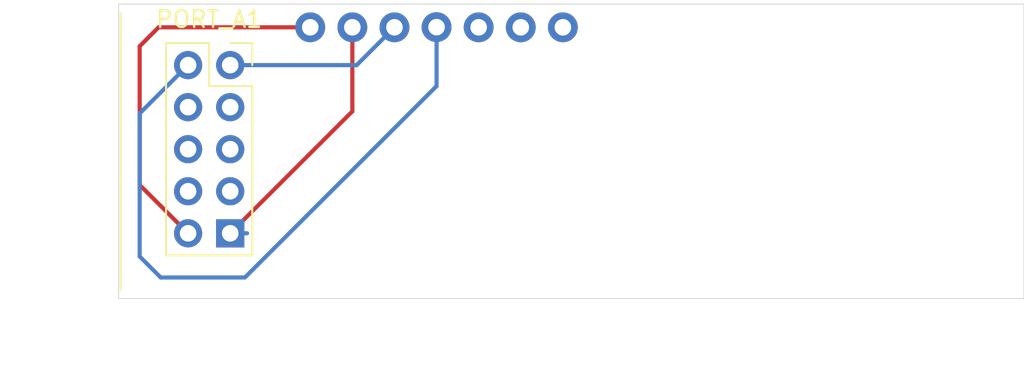
<source format=kicad_pcb>
(kicad_pcb (version 20171130) (host pcbnew "(5.1.12)-1")

  (general
    (thickness 1.6)
    (drawings 7)
    (tracks 16)
    (zones 0)
    (modules 2)
    (nets 14)
  )

  (page A4)
  (title_block
    (title "STK 600 Huckepack Platine SCD30")
    (date 2021-11-20)
    (rev 1.0)
    (company "FH Bielefeld")
    (comment 1 "Philipp Husemann")
  )

  (layers
    (0 F.Cu signal)
    (31 B.Cu signal)
    (32 B.Adhes user)
    (33 F.Adhes user)
    (34 B.Paste user)
    (35 F.Paste user)
    (36 B.SilkS user)
    (37 F.SilkS user)
    (38 B.Mask user)
    (39 F.Mask user)
    (40 Dwgs.User user)
    (41 Cmts.User user)
    (42 Eco1.User user)
    (43 Eco2.User user)
    (44 Edge.Cuts user)
    (45 Margin user)
    (46 B.CrtYd user)
    (47 F.CrtYd user)
    (48 B.Fab user)
    (49 F.Fab user)
  )

  (setup
    (last_trace_width 0.25)
    (trace_clearance 0.2)
    (zone_clearance 0.508)
    (zone_45_only no)
    (trace_min 0.2)
    (via_size 0.8)
    (via_drill 0.4)
    (via_min_size 0.4)
    (via_min_drill 0.3)
    (uvia_size 0.3)
    (uvia_drill 0.1)
    (uvias_allowed no)
    (uvia_min_size 0.2)
    (uvia_min_drill 0.1)
    (edge_width 0.05)
    (segment_width 0.2)
    (pcb_text_width 0.3)
    (pcb_text_size 1.5 1.5)
    (mod_edge_width 0.12)
    (mod_text_size 1 1)
    (mod_text_width 0.15)
    (pad_size 1.7 1.7)
    (pad_drill 1)
    (pad_to_mask_clearance 0.051)
    (solder_mask_min_width 0.25)
    (aux_axis_origin 0 0)
    (visible_elements 7FFFFFFF)
    (pcbplotparams
      (layerselection 0x010fc_ffffffff)
      (usegerberextensions false)
      (usegerberattributes false)
      (usegerberadvancedattributes false)
      (creategerberjobfile false)
      (excludeedgelayer true)
      (linewidth 0.100000)
      (plotframeref false)
      (viasonmask false)
      (mode 1)
      (useauxorigin false)
      (hpglpennumber 1)
      (hpglpenspeed 20)
      (hpglpendiameter 15.000000)
      (psnegative false)
      (psa4output false)
      (plotreference true)
      (plotvalue true)
      (plotinvisibletext false)
      (padsonsilk false)
      (subtractmaskfromsilk false)
      (outputformat 1)
      (mirror false)
      (drillshape 1)
      (scaleselection 1)
      (outputdirectory ""))
  )

  (net 0 "")
  (net 1 "Net-(PORT_A1-Pad8)")
  (net 2 "Net-(PORT_A1-Pad7)")
  (net 3 "Net-(PORT_A1-Pad6)")
  (net 4 "Net-(PORT_A1-Pad5)")
  (net 5 "Net-(PORT_A1-Pad4)")
  (net 6 "Net-(PORT_A1-Pad3)")
  (net 7 "Net-(U1-Pad7)")
  (net 8 "Net-(U1-Pad6)")
  (net 9 "Net-(U1-Pad5)")
  (net 10 "Net-(PORT_A1-Pad10)")
  (net 11 "Net-(PORT_A1-Pad9)")
  (net 12 "Net-(PORT_A1-Pad2)")
  (net 13 "Net-(PORT_A1-Pad1)")

  (net_class Default "Dies ist die voreingestellte Netzklasse."
    (clearance 0.2)
    (trace_width 0.25)
    (via_dia 0.8)
    (via_drill 0.4)
    (uvia_dia 0.3)
    (uvia_drill 0.1)
    (add_net "Net-(PORT_A1-Pad1)")
    (add_net "Net-(PORT_A1-Pad10)")
    (add_net "Net-(PORT_A1-Pad2)")
    (add_net "Net-(PORT_A1-Pad3)")
    (add_net "Net-(PORT_A1-Pad4)")
    (add_net "Net-(PORT_A1-Pad5)")
    (add_net "Net-(PORT_A1-Pad6)")
    (add_net "Net-(PORT_A1-Pad7)")
    (add_net "Net-(PORT_A1-Pad8)")
    (add_net "Net-(PORT_A1-Pad9)")
    (add_net "Net-(U1-Pad5)")
    (add_net "Net-(U1-Pad6)")
    (add_net "Net-(U1-Pad7)")
  )

  (module Connector_PinSocket_2.54mm:PinSocket_2x05_P2.54mm_Vertical (layer F.Cu) (tedit 619250C8) (tstamp 618D4DAB)
    (at 70.231 78.613)
    (descr "Through hole straight socket strip, 2x05, 2.54mm pitch, double cols (from Kicad 4.0.7), script generated")
    (tags "Through hole socket strip THT 2x05 2.54mm double row")
    (path /618D8315)
    (fp_text reference PORT_A1 (at -1.27 -2.77) (layer F.SilkS)
      (effects (font (size 1 1) (thickness 0.15)))
    )
    (fp_text value Conn_02x05_Odd_Even_MountingPin (at -0.381 17.907) (layer F.Fab)
      (effects (font (size 1 1) (thickness 0.15)))
    )
    (fp_line (start -4.34 11.9) (end -4.34 -1.8) (layer F.CrtYd) (width 0.05))
    (fp_line (start 1.76 11.9) (end -4.34 11.9) (layer F.CrtYd) (width 0.05))
    (fp_line (start 1.76 -1.8) (end 1.76 11.9) (layer F.CrtYd) (width 0.05))
    (fp_line (start -4.34 -1.8) (end 1.76 -1.8) (layer F.CrtYd) (width 0.05))
    (fp_line (start 0 -1.33) (end 1.33 -1.33) (layer F.SilkS) (width 0.12))
    (fp_line (start 1.33 -1.33) (end 1.33 0) (layer F.SilkS) (width 0.12))
    (fp_line (start -1.27 -1.33) (end -1.27 1.27) (layer F.SilkS) (width 0.12))
    (fp_line (start -1.27 1.27) (end 1.33 1.27) (layer F.SilkS) (width 0.12))
    (fp_line (start 1.33 1.27) (end 1.33 11.49) (layer F.SilkS) (width 0.12))
    (fp_line (start -3.87 11.49) (end 1.33 11.49) (layer F.SilkS) (width 0.12))
    (fp_line (start -3.87 -1.33) (end -3.87 11.49) (layer F.SilkS) (width 0.12))
    (fp_line (start -3.87 -1.33) (end -1.27 -1.33) (layer F.SilkS) (width 0.12))
    (fp_line (start -3.81 11.43) (end -3.81 -1.27) (layer F.Fab) (width 0.1))
    (fp_line (start 1.27 11.43) (end -3.81 11.43) (layer F.Fab) (width 0.1))
    (fp_line (start 1.27 -0.27) (end 1.27 11.43) (layer F.Fab) (width 0.1))
    (fp_line (start 0.27 -1.27) (end 1.27 -0.27) (layer F.Fab) (width 0.1))
    (fp_line (start -3.81 -1.27) (end 0.27 -1.27) (layer F.Fab) (width 0.1))
    (fp_text user %R (at -1.27 5.08 90) (layer F.Fab)
      (effects (font (size 1 1) (thickness 0.15)))
    )
    (pad 10 thru_hole oval (at -2.54 10.16) (size 1.7 1.7) (drill 1) (layers *.Cu *.Mask)
      (net 10 "Net-(PORT_A1-Pad10)"))
    (pad 9 thru_hole rect (at 0 10.16) (size 1.7 1.7) (drill 1) (layers *.Cu *.Mask)
      (net 11 "Net-(PORT_A1-Pad9)"))
    (pad 8 thru_hole oval (at -2.54 7.62) (size 1.7 1.7) (drill 1) (layers *.Cu *.Mask)
      (net 1 "Net-(PORT_A1-Pad8)"))
    (pad 7 thru_hole oval (at 0 7.62) (size 1.7 1.7) (drill 1) (layers *.Cu *.Mask)
      (net 2 "Net-(PORT_A1-Pad7)"))
    (pad 6 thru_hole oval (at -2.54 5.08) (size 1.7 1.7) (drill 1) (layers *.Cu *.Mask)
      (net 3 "Net-(PORT_A1-Pad6)"))
    (pad 5 thru_hole oval (at 0 5.08) (size 1.7 1.7) (drill 1) (layers *.Cu *.Mask)
      (net 4 "Net-(PORT_A1-Pad5)"))
    (pad 4 thru_hole oval (at -2.54 2.54) (size 1.7 1.7) (drill 1) (layers *.Cu *.Mask)
      (net 5 "Net-(PORT_A1-Pad4)"))
    (pad 3 thru_hole oval (at 0 2.54) (size 1.7 1.7) (drill 1) (layers *.Cu *.Mask)
      (net 6 "Net-(PORT_A1-Pad3)"))
    (pad 2 thru_hole oval (at -2.54 0) (size 1.7 1.7) (drill 1) (layers *.Cu *.Mask)
      (net 12 "Net-(PORT_A1-Pad2)"))
    (pad 1 thru_hole oval (at 0 0) (size 1.7 1.7) (drill 1) (layers *.Cu *.Mask)
      (net 13 "Net-(PORT_A1-Pad1)"))
    (model ${KISYS3DMOD}/Connector_PinSocket_2.54mm.3dshapes/PinSocket_2x05_P2.54mm_Vertical.wrl
      (at (xyz 0 0 0))
      (scale (xyz 1 1 1))
      (rotate (xyz 0 0 0))
    )
  )

  (module AA-Z:SCD30 (layer F.Cu) (tedit 5BA0ACA8) (tstamp 6192A753)
    (at 73.66 74.93 180)
    (path /61924348)
    (fp_text reference U1 (at -18 -12) (layer F.Fab)
      (effects (font (size 1 1) (thickness 0.15)))
    )
    (fp_text value SCD30 (at -18 -17) (layer F.Fab)
      (effects (font (size 1 1) (thickness 0.15)))
    )
    (fp_line (start -35 -23) (end 0 -23) (layer F.Fab) (width 0.15))
    (fp_line (start 0 -23) (end 0 0) (layer F.Fab) (width 0.15))
    (fp_line (start 0 0) (end -35 0) (layer F.Fab) (width 0.15))
    (fp_line (start -35 0) (end -35 -23) (layer F.Fab) (width 0.15))
    (fp_circle (center -31.2 -1.95) (end -32 -1.95) (layer F.Fab) (width 0.15))
    (pad 7 thru_hole circle (at -16.64 -1.4 180) (size 1.8 1.8) (drill 1) (layers *.Cu *.Mask)
      (net 7 "Net-(U1-Pad7)"))
    (pad 6 thru_hole circle (at -14.1 -1.4 180) (size 1.8 1.8) (drill 1) (layers *.Cu *.Mask)
      (net 8 "Net-(U1-Pad6)"))
    (pad 5 thru_hole circle (at -11.56 -1.4 180) (size 1.8 1.8) (drill 1) (layers *.Cu *.Mask)
      (net 9 "Net-(U1-Pad5)"))
    (pad 4 thru_hole circle (at -9.02 -1.39 180) (size 1.8 1.8) (drill 1) (layers *.Cu *.Mask)
      (net 12 "Net-(PORT_A1-Pad2)"))
    (pad 3 thru_hole circle (at -6.48 -1.4 180) (size 1.8 1.8) (drill 1) (layers *.Cu *.Mask)
      (net 13 "Net-(PORT_A1-Pad1)"))
    (pad 2 thru_hole circle (at -3.94 -1.4 180) (size 1.8 1.8) (drill 1) (layers *.Cu *.Mask)
      (net 11 "Net-(PORT_A1-Pad9)"))
    (pad 1 thru_hole circle (at -1.4 -1.4 180) (size 1.8 1.8) (drill 1) (layers *.Cu *.Mask)
      (net 10 "Net-(PORT_A1-Pad10)"))
    (model ${KIPRJMOD}/SCD30/3D/SCD30.step
      (at (xyz 0 0 0))
      (scale (xyz 1 1 1))
      (rotate (xyz 0 0 0))
    )
  )

  (gr_line (start 118.11 92.71) (end 114.3 92.71) (layer Edge.Cuts) (width 0.05) (tstamp 6198BD81))
  (gr_line (start 118.11 74.93) (end 118.11 92.71) (layer Edge.Cuts) (width 0.05))
  (gr_line (start 114.3 74.93) (end 118.11 74.93) (layer Edge.Cuts) (width 0.05))
  (gr_line (start 114.3 74.93) (end 63.5 74.93) (layer Edge.Cuts) (width 0.05) (tstamp 6192ACAE))
  (gr_line (start 63.5 92.71) (end 114.3 92.71) (layer Edge.Cuts) (width 0.05))
  (gr_line (start 63.5 74.93) (end 63.5 92.71) (layer Edge.Cuts) (width 0.05))
  (gr_line (start 63.627 75.438) (end 63.627 92.202) (layer F.SilkS) (width 0.12))

  (segment (start 75.06 76.33) (end 65.91 76.33) (width 0.25) (layer F.Cu) (net 10))
  (segment (start 65.91 76.33) (end 64.77 77.47) (width 0.25) (layer F.Cu) (net 10))
  (segment (start 64.77 85.852) (end 67.691 88.773) (width 0.25) (layer F.Cu) (net 10))
  (segment (start 64.77 77.47) (end 64.77 85.852) (width 0.25) (layer F.Cu) (net 10))
  (segment (start 70.231 88.773) (end 71.247 88.773) (width 0.25) (layer B.Cu) (net 11))
  (segment (start 77.6 81.404) (end 77.6 76.33) (width 0.25) (layer F.Cu) (net 11))
  (segment (start 70.231 88.773) (end 77.6 81.404) (width 0.25) (layer F.Cu) (net 11))
  (segment (start 64.77 81.534) (end 67.691 78.613) (width 0.25) (layer B.Cu) (net 12))
  (segment (start 66.04 91.44) (end 64.77 90.17) (width 0.25) (layer B.Cu) (net 12))
  (segment (start 64.77 90.17) (end 64.77 81.534) (width 0.25) (layer B.Cu) (net 12))
  (segment (start 71.12 91.44) (end 66.04 91.44) (width 0.25) (layer B.Cu) (net 12))
  (segment (start 82.68 79.88) (end 71.12 91.44) (width 0.25) (layer B.Cu) (net 12))
  (segment (start 82.68 76.32) (end 82.68 79.88) (width 0.25) (layer B.Cu) (net 12))
  (segment (start 69.85 78.232) (end 70.231 78.613) (width 0.25) (layer B.Cu) (net 13))
  (segment (start 77.857 78.613) (end 80.14 76.33) (width 0.25) (layer B.Cu) (net 13))
  (segment (start 70.231 78.613) (end 77.857 78.613) (width 0.25) (layer B.Cu) (net 13))

)

</source>
